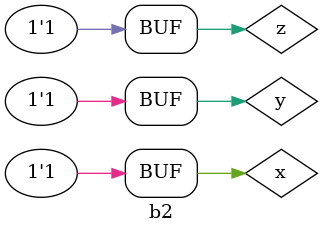
<source format=v>
module fxyz (output s1, output s2, input x, y, z);
assign s1 = (x|y) | (x & ~y); // ( x + y ) + ( x . y' )
assign s2 = x | (y & 1); //x + (y . 1)
endmodule // fxyz

module b2;
reg x, y, z;
wire s1, s2;
// instancias
fxyz FXY (s1, s2, x, y, z);
// valores iniciais
initial begin: start
x=1'bx; y=1'bx; z=1'bx;// indefinidos
end
// parte principal
initial begin: main
// identificacao
$display("Test boolean expression");
$display("\n s1 = ( x + y ) + ( x . y' ) --- s2 = x + (y . 1)\n");
// monitoramento
$display(" x  y  z =   nao_simpl  simpl");
$monitor("%2b %2b %2b =\t%2b \t %2b", x, y, z, s1, s2);
// sinalizacao
#1 x=0; y=0; z=0;
#1 x=0; y=0; z=1;
#1 x=0; y=1; z=0;
#1 x=0; y=1; z=1;
#1 x=1; y=0; z=0;
#1 x=1; y=0; z=1;
#1 x=1; y=1; z=0;
#1 x=1; y=1; z=1;
end
endmodule // test_module
</source>
